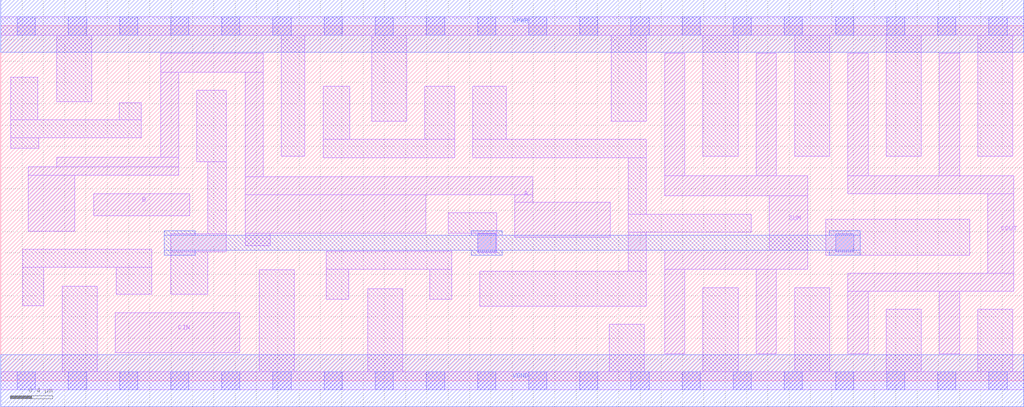
<source format=lef>
# Copyright 2020 The SkyWater PDK Authors
#
# Licensed under the Apache License, Version 2.0 (the "License");
# you may not use this file except in compliance with the License.
# You may obtain a copy of the License at
#
#     https://www.apache.org/licenses/LICENSE-2.0
#
# Unless required by applicable law or agreed to in writing, software
# distributed under the License is distributed on an "AS IS" BASIS,
# WITHOUT WARRANTIES OR CONDITIONS OF ANY KIND, either express or implied.
# See the License for the specific language governing permissions and
# limitations under the License.
#
# SPDX-License-Identifier: Apache-2.0

VERSION 5.7 ;
  NOWIREEXTENSIONATPIN ON ;
  DIVIDERCHAR "/" ;
  BUSBITCHARS "[]" ;
UNITS
  DATABASE MICRONS 200 ;
END UNITS
MACRO sky130_fd_sc_lp__fa_4
  CLASS CORE ;
  FOREIGN sky130_fd_sc_lp__fa_4 ;
  ORIGIN  0.000000  0.000000 ;
  SIZE  9.600000 BY  3.330000 ;
  SYMMETRY X Y R90 ;
  SITE unit ;
  PIN A
    ANTENNAGATEAREA  0.636000 ;
    DIRECTION INPUT ;
    USE SIGNAL ;
    PORT
      LAYER li1 ;
        RECT 0.260000 1.405000 0.695000 1.930000 ;
        RECT 0.260000 1.930000 1.670000 2.010000 ;
        RECT 0.525000 2.010000 1.670000 2.100000 ;
        RECT 1.500000 2.100000 1.670000 2.895000 ;
        RECT 1.500000 2.895000 2.465000 3.075000 ;
        RECT 2.295000 1.265000 2.530000 1.385000 ;
        RECT 2.295000 1.385000 3.990000 1.745000 ;
        RECT 2.295000 1.745000 4.995000 1.915000 ;
        RECT 2.295000 1.915000 2.465000 2.895000 ;
        RECT 4.825000 1.345000 5.720000 1.675000 ;
        RECT 4.825000 1.675000 4.995000 1.745000 ;
    END
  END A
  PIN B
    ANTENNAGATEAREA  0.636000 ;
    DIRECTION INPUT ;
    USE SIGNAL ;
    PORT
      LAYER li1 ;
        RECT 0.875000 1.550000 1.775000 1.755000 ;
    END
  END B
  PIN CIN
    ANTENNAGATEAREA  0.477000 ;
    DIRECTION INPUT ;
    USE SIGNAL ;
    PORT
      LAYER li1 ;
        RECT 1.075000 0.265000 2.245000 0.640000 ;
    END
  END CIN
  PIN COUT
    ANTENNADIFFAREA  1.176000 ;
    DIRECTION OUTPUT ;
    USE SIGNAL ;
    PORT
      LAYER li1 ;
        RECT 7.950000 0.255000 8.140000 0.840000 ;
        RECT 7.950000 0.840000 9.510000 1.010000 ;
        RECT 7.950000 1.755000 9.510000 1.925000 ;
        RECT 7.950000 1.925000 8.140000 3.075000 ;
        RECT 8.810000 0.255000 9.000000 0.840000 ;
        RECT 8.810000 1.925000 9.000000 3.075000 ;
        RECT 9.265000 1.010000 9.510000 1.755000 ;
    END
  END COUT
  PIN SUM
    ANTENNADIFFAREA  1.176000 ;
    DIRECTION OUTPUT ;
    USE SIGNAL ;
    PORT
      LAYER li1 ;
        RECT 6.230000 0.255000 6.420000 1.045000 ;
        RECT 6.230000 1.045000 7.575000 1.225000 ;
        RECT 6.230000 1.735000 7.575000 1.925000 ;
        RECT 6.230000 1.925000 6.420000 3.075000 ;
        RECT 7.090000 0.255000 7.280000 1.045000 ;
        RECT 7.090000 1.925000 7.280000 3.075000 ;
        RECT 7.215000 1.225000 7.575000 1.735000 ;
    END
  END SUM
  PIN VGND
    DIRECTION INOUT ;
    USE GROUND ;
    PORT
      LAYER met1 ;
        RECT 0.000000 -0.245000 9.600000 0.245000 ;
    END
  END VGND
  PIN VPWR
    DIRECTION INOUT ;
    USE POWER ;
    PORT
      LAYER met1 ;
        RECT 0.000000 3.085000 9.600000 3.575000 ;
    END
  END VPWR
  OBS
    LAYER li1 ;
      RECT 0.000000 -0.085000 9.600000 0.085000 ;
      RECT 0.000000  3.245000 9.600000 3.415000 ;
      RECT 0.095000  2.180000 0.355000 2.280000 ;
      RECT 0.095000  2.280000 1.320000 2.450000 ;
      RECT 0.095000  2.450000 0.345000 2.850000 ;
      RECT 0.205000  0.705000 0.405000 1.065000 ;
      RECT 0.205000  1.065000 1.415000 1.235000 ;
      RECT 0.525000  2.620000 0.855000 3.245000 ;
      RECT 0.575000  0.085000 0.905000 0.885000 ;
      RECT 1.085000  0.810000 1.415000 1.065000 ;
      RECT 1.110000  2.450000 1.320000 2.610000 ;
      RECT 1.595000  0.810000 1.945000 1.210000 ;
      RECT 1.595000  1.210000 2.115000 1.380000 ;
      RECT 1.840000  2.055000 2.115000 2.725000 ;
      RECT 1.945000  1.380000 2.115000 2.055000 ;
      RECT 2.425000  0.085000 2.755000 1.040000 ;
      RECT 2.635000  2.105000 2.855000 3.245000 ;
      RECT 3.025000  2.095000 4.260000 2.265000 ;
      RECT 3.025000  2.265000 3.275000 2.765000 ;
      RECT 3.055000  0.765000 3.265000 1.045000 ;
      RECT 3.055000  1.045000 4.235000 1.215000 ;
      RECT 3.445000  0.085000 3.775000 0.865000 ;
      RECT 3.480000  2.435000 3.810000 3.245000 ;
      RECT 3.980000  2.265000 4.260000 2.765000 ;
      RECT 4.025000  0.765000 4.235000 1.045000 ;
      RECT 4.200000  1.385000 4.655000 1.575000 ;
      RECT 4.430000  2.095000 6.060000 2.265000 ;
      RECT 4.430000  2.265000 4.745000 2.765000 ;
      RECT 4.475000  1.200000 4.655000 1.385000 ;
      RECT 4.495000  0.700000 6.060000 1.030000 ;
      RECT 5.710000  0.085000 6.040000 0.530000 ;
      RECT 5.730000  2.435000 6.060000 3.245000 ;
      RECT 5.890000  1.030000 6.060000 1.395000 ;
      RECT 5.890000  1.395000 7.045000 1.565000 ;
      RECT 5.890000  1.565000 6.060000 2.095000 ;
      RECT 6.590000  0.085000 6.920000 0.875000 ;
      RECT 6.590000  2.105000 6.920000 3.245000 ;
      RECT 7.450000  0.085000 7.780000 0.875000 ;
      RECT 7.450000  2.105000 7.780000 3.245000 ;
      RECT 7.745000  1.180000 9.095000 1.515000 ;
      RECT 8.310000  0.085000 8.640000 0.670000 ;
      RECT 8.310000  2.105000 8.640000 3.245000 ;
      RECT 9.170000  0.085000 9.500000 0.670000 ;
      RECT 9.170000  2.105000 9.500000 3.245000 ;
    LAYER mcon ;
      RECT 0.155000 -0.085000 0.325000 0.085000 ;
      RECT 0.155000  3.245000 0.325000 3.415000 ;
      RECT 0.635000 -0.085000 0.805000 0.085000 ;
      RECT 0.635000  3.245000 0.805000 3.415000 ;
      RECT 1.115000 -0.085000 1.285000 0.085000 ;
      RECT 1.115000  3.245000 1.285000 3.415000 ;
      RECT 1.595000 -0.085000 1.765000 0.085000 ;
      RECT 1.595000  3.245000 1.765000 3.415000 ;
      RECT 2.075000 -0.085000 2.245000 0.085000 ;
      RECT 2.075000  3.245000 2.245000 3.415000 ;
      RECT 2.555000 -0.085000 2.725000 0.085000 ;
      RECT 2.555000  3.245000 2.725000 3.415000 ;
      RECT 3.035000 -0.085000 3.205000 0.085000 ;
      RECT 3.035000  3.245000 3.205000 3.415000 ;
      RECT 3.515000 -0.085000 3.685000 0.085000 ;
      RECT 3.515000  3.245000 3.685000 3.415000 ;
      RECT 3.995000 -0.085000 4.165000 0.085000 ;
      RECT 3.995000  3.245000 4.165000 3.415000 ;
      RECT 4.475000 -0.085000 4.645000 0.085000 ;
      RECT 4.475000  1.210000 4.645000 1.380000 ;
      RECT 4.475000  3.245000 4.645000 3.415000 ;
      RECT 4.955000 -0.085000 5.125000 0.085000 ;
      RECT 4.955000  3.245000 5.125000 3.415000 ;
      RECT 5.435000 -0.085000 5.605000 0.085000 ;
      RECT 5.435000  3.245000 5.605000 3.415000 ;
      RECT 5.915000 -0.085000 6.085000 0.085000 ;
      RECT 5.915000  3.245000 6.085000 3.415000 ;
      RECT 6.395000 -0.085000 6.565000 0.085000 ;
      RECT 6.395000  3.245000 6.565000 3.415000 ;
      RECT 6.875000 -0.085000 7.045000 0.085000 ;
      RECT 6.875000  3.245000 7.045000 3.415000 ;
      RECT 7.355000 -0.085000 7.525000 0.085000 ;
      RECT 7.355000  3.245000 7.525000 3.415000 ;
      RECT 7.835000 -0.085000 8.005000 0.085000 ;
      RECT 7.835000  1.210000 8.005000 1.380000 ;
      RECT 7.835000  3.245000 8.005000 3.415000 ;
      RECT 8.315000 -0.085000 8.485000 0.085000 ;
      RECT 8.315000  3.245000 8.485000 3.415000 ;
      RECT 8.795000 -0.085000 8.965000 0.085000 ;
      RECT 8.795000  3.245000 8.965000 3.415000 ;
      RECT 9.275000 -0.085000 9.445000 0.085000 ;
      RECT 9.275000  3.245000 9.445000 3.415000 ;
    LAYER met1 ;
      RECT 1.535000 1.180000 1.825000 1.225000 ;
      RECT 1.535000 1.225000 8.065000 1.365000 ;
      RECT 1.535000 1.365000 1.825000 1.410000 ;
      RECT 4.415000 1.180000 4.705000 1.225000 ;
      RECT 4.415000 1.365000 4.705000 1.410000 ;
      RECT 7.775000 1.180000 8.065000 1.225000 ;
      RECT 7.775000 1.365000 8.065000 1.410000 ;
  END
END sky130_fd_sc_lp__fa_4
END LIBRARY

</source>
